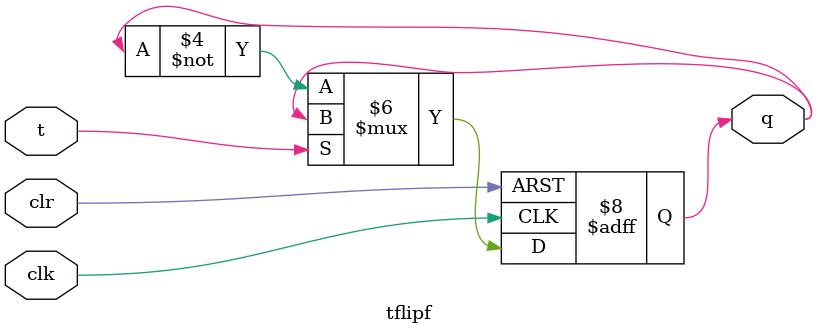
<source format=v>
module tflipf(input clk, input clr, input t, output reg q);
    always @(posedge clk, negedge clr) begin
        if (~clr)
            q <= 0;
        else
        begin
            if (~t)
                q <= ~q;
            else
                q <= q;
        end
    end
endmodule


</source>
